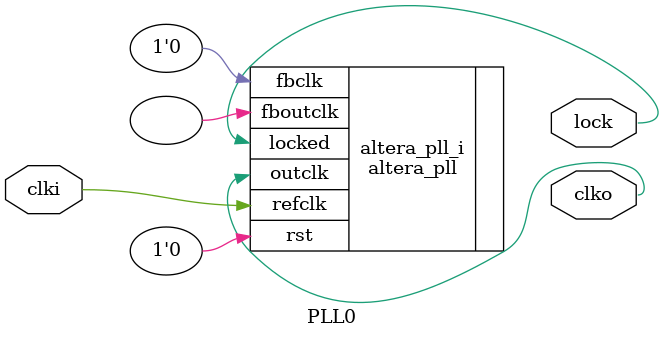
<source format=v>
`default_nettype none
module PLL0
(
    input clki, // 125 MHz
    output clko, // 25 MHz
    output lock
);

   altera_pll #(
		.fractional_vco_multiplier("false"),
		.reference_clock_frequency("125.0 MHz"),
		.operation_mode("direct"),
		.number_of_clocks(1),
		.output_clock_frequency0("25.000000 MHz"),
		.phase_shift0("0 ps"),
		.duty_cycle0(50),
		.output_clock_frequency1("0 MHz"),
		.phase_shift1("0 ps"),
		.duty_cycle1(50),
		.output_clock_frequency2("0 MHz"),
		.phase_shift2("0 ps"),
		.duty_cycle2(50),
		.output_clock_frequency3("0 MHz"),
		.phase_shift3("0 ps"),
		.duty_cycle3(50),
		.output_clock_frequency4("0 MHz"),
		.phase_shift4("0 ps"),
		.duty_cycle4(50),
		.output_clock_frequency5("0 MHz"),
		.phase_shift5("0 ps"),
		.duty_cycle5(50),
		.output_clock_frequency6("0 MHz"),
		.phase_shift6("0 ps"),
		.duty_cycle6(50),
		.output_clock_frequency7("0 MHz"),
		.phase_shift7("0 ps"),
		.duty_cycle7(50),
		.output_clock_frequency8("0 MHz"),
		.phase_shift8("0 ps"),
		.duty_cycle8(50),
		.output_clock_frequency9("0 MHz"),
		.phase_shift9("0 ps"),
		.duty_cycle9(50),
		.output_clock_frequency10("0 MHz"),
		.phase_shift10("0 ps"),
		.duty_cycle10(50),
		.output_clock_frequency11("0 MHz"),
		.phase_shift11("0 ps"),
		.duty_cycle11(50),
		.output_clock_frequency12("0 MHz"),
		.phase_shift12("0 ps"),
		.duty_cycle12(50),
		.output_clock_frequency13("0 MHz"),
		.phase_shift13("0 ps"),
		.duty_cycle13(50),
		.output_clock_frequency14("0 MHz"),
		.phase_shift14("0 ps"),
		.duty_cycle14(50),
		.output_clock_frequency15("0 MHz"),
		.phase_shift15("0 ps"),
		.duty_cycle15(50),
		.output_clock_frequency16("0 MHz"),
		.phase_shift16("0 ps"),
		.duty_cycle16(50),
		.output_clock_frequency17("0 MHz"),
		.phase_shift17("0 ps"),
		.duty_cycle17(50),
		.pll_type("General"),
		.pll_subtype("General")
	) altera_pll_i (
		.rst	(1'b0),
		.outclk	({clko}),
		.locked	(lock),
		.fboutclk	( ),
		.fbclk	(1'b0),
		.refclk	(clki)
	);

endmodule
</source>
